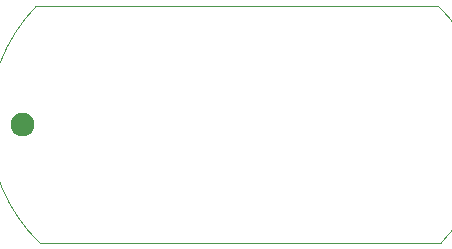
<source format=gbr>
%TF.GenerationSoftware,Altium Limited,Altium Designer,20.0.10 (225)*%
G04 Layer_Color=0*
%FSLAX26Y26*%
%MOIN*%
%TF.FileFunction,Profile,NP*%
%TF.Part,Single*%
G01*
G75*
%TA.AperFunction,Profile*%
%ADD12C,0.001000*%
G36*
X3503937Y2655000D02*
Y2651122D01*
X3505450Y2643516D01*
X3508418Y2636351D01*
X3512726Y2629903D01*
X3518210Y2624419D01*
X3524658Y2620111D01*
X3531823Y2617143D01*
X3539429Y2615630D01*
X3543307D01*
X3547185D01*
X3554791Y2617143D01*
X3561956Y2620111D01*
X3568404Y2624419D01*
X3573888Y2629903D01*
X3578196Y2636351D01*
X3581164Y2643516D01*
X3582677Y2651122D01*
Y2655000D01*
Y2658878D01*
X3581164Y2666484D01*
X3578196Y2673649D01*
X3573888Y2680097D01*
X3568404Y2685581D01*
X3561956Y2689889D01*
X3554791Y2692857D01*
X3547185Y2694370D01*
X3543307D01*
X3539429D01*
X3531823Y2692857D01*
X3524658Y2689889D01*
X3518210Y2685581D01*
X3512726Y2680097D01*
X3508418Y2673649D01*
X3505450Y2666484D01*
X3503937Y2658878D01*
Y2655000D01*
D01*
D02*
G37*
D12*
X3600000Y2260000D02*
G02*
X3590000Y3050000I390000J400000D01*
G01*
X4928583D01*
D02*
G02*
X4938583Y2260000I-390000J-400000D01*
G01*
X3600000D01*
%TF.MD5,2b4981aa139cf0ec2019798189a91fce*%
M02*

</source>
